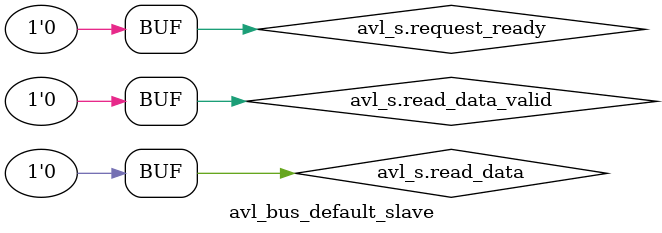
<source format=sv>
module avl_bus_default_slave(
  i_avl_bus.slave avl_s
);

assign avl_s.request_ready   ='d0;
assign avl_s.read_data       ='d0;
assign avl_s.read_data_valid ='d0;

endmodule

</source>
